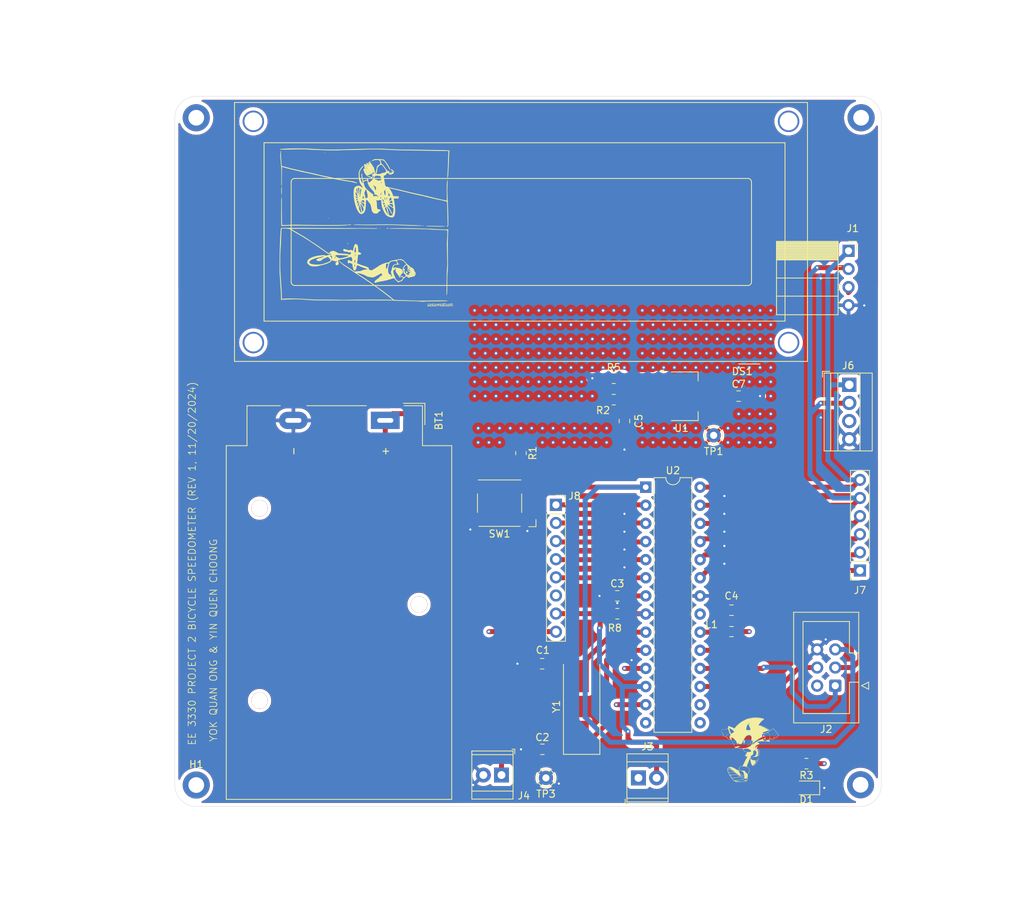
<source format=kicad_pcb>
(kicad_pcb (version 20240108) (generator "pcbnew") (generator_version "8.0")
  (layers (0 "F.Cu" signal) (1 "In1.Cu" signal) (2 "In2.Cu" signal) (31 "B.Cu" signal) (34 "B.Paste" user) (35 "F.Paste" user) (36 "B.SilkS" user "B.Silkscreen") (37 "F.SilkS" user "F.Silkscreen") (38 "B.Mask" user) (39 "F.Mask" user) (44 "Edge.Cuts" user))
  (net 0 "")
  (net 1 "GND")
  (net 2 "9V")
  (net 3 "XTAL1")
  (net 4 "XTAL2")
  (net 5 "5V")
  (net 6 "Net-(U2-AVCC)")
  (net 7 "Net-(D1-A)")
  (net 8 "MISD")
  (net 9 "RESET")
  (net 10 "MOSI")
  (net 11 "SCK")
  (net 12 "TXD")
  (net 14 "SpeedoSignal")
  (net 16 "A4")
  (net 17 "A3")
  (net 19 "A5")
  (net 20 "A0")
  (net 22 "A2")
  (net 23 "RXD")
  (net 24 "A1")
  (net 25 "D5")
  (net 26 "D4")
  (net 27 "D3")
  (net 28 "D7")
  (net 29 "D2")
  (net 30 "Net-(U1-ADJ)")
  (footprint "MountingHole:MountingHole_2.2mm_M2_DIN965_Pad" (layer "F.Cu") (at 104 137)
    (property "Reference" "H1")
    (property "Value" "MountingHole")
  )
  (footprint "Resistor_SMD:R_0805_2012Metric_Pad1.20x1.40mm_HandSolder" (layer "F.Cu") (at 149.5 90.5 -90)
    (property "Reference" "R1")
    (property "Value" "100k")
  )
  (footprint "Connector_IDC:IDC-Header_2x03_P2.54mm_Vertical" (layer "F.Cu") (at 193.54 123.08 180)
    (property "Reference" "J2")
    (property "Value" "AVR-ISP-6")
  )
  (footprint "Resistor_SMD:R_0805_2012Metric_Pad1.20x1.40mm_HandSolder" (layer "F.Cu") (at 189.5 134 180)
    (property "Reference" "R3")
    (property "Value" "330")
  )
  (footprint "Connector_PinSocket_2.54mm:PinSocket_1x08_P2.54mm_Vertical" (layer "F.Cu") (at 154.4 97.74)
    (property "Reference" "J8")
    (property "Value" "Conn_01x08_Socket")
  )
  (footprint "Capacitor_SMD:C_0805_2012Metric_Pad1.18x1.45mm_HandSolder" (layer "F.Cu") (at 163 110.5 180)
    (property "Reference" "C3")
    (property "Value" "0.1uF")
  )
  (footprint "Capacitor_SMD:C_0805_2012Metric_Pad1.18x1.45mm_HandSolder" (layer "F.Cu") (at 164 86 -90)
    (property "Reference" "C5")
    (property "Value" "0.1uF")
  )
  (footprint "TerminalBlock_TE-Connectivity:TerminalBlock_TE_282834-2_1x02_P2.54mm_Horizontal" (layer "F.Cu") (at 146.77 135.6 180)
    (property "Reference" "J4")
    (property "Value" "Screw_Terminal")
  )
  (footprint "Inductor_SMD:L_0805_2012Metric_Pad1.15x1.40mm_HandSolder" (layer "F.Cu") (at 179 115.5)
    (property "Reference" "L1")
    (property "Value" "10uH")
  )
  (footprint "Connector_PinSocket_2.54mm:PinSocket_1x04_P2.54mm_Horizontal" (layer "F.Cu") (at 195.4 62.15)
    (property "Reference" "J1")
    (property "Value" "Conn_01x04_Socket")
  )
  (footprint "Button_Switch_SMD:SW_SPST_Omron_B3FS-101xP" (layer "F.Cu") (at 146.5 97.5 180)
    (property "Reference" "SW1")
    (property "Value" "SW_Omron_B3FS")
  )
  (footprint "Resistor_SMD:R_0805_2012Metric_Pad1.20x1.40mm_HandSolder" (layer "F.Cu") (at 163 113)
    (property "Reference" "R8")
    (property "Value" "10K")
  )
  (footprint "Connector_Pin:Pin_D1.0mm_L10.0mm" (layer "F.Cu") (at 176.5 88)
    (property "Reference" "TP1")
    (property "Value" "5V Test")
  )
  (footprint "LED_SMD:LED_0805_2012Metric_Pad1.15x1.40mm_HandSolder" (layer "F.Cu") (at 189.5 137.4 180)
    (property "Reference" "D1")
    (property "Value" "LED")
  )
  (footprint "MountingHole:MountingHole_2.2mm_M2_DIN965_Pad" (layer "F.Cu") (at 197.161524 43.5)
    (property "Reference" "H3" (hide yes))
    (property "Value" "MountingHole")
  )
  (footprint "Resistor_SMD:R_0805_2012Metric_Pad1.20x1.40mm_HandSolder" (layer "F.Cu") (at 162.5 80 180)
    (property "Reference" "R5")
    (property "Value" "3k")
  )
  (footprint "Display:WC1602A" (layer "F.Cu") (at 181.5009 75.0007 180)
    (property "Reference" "DS1")
    (property "Value" "WC1602A")
  )
  (footprint "Connector_Pin:Pin_D1.0mm_L10.0mm" (layer "F.Cu") (at 153 136)
    (property "Reference" "TP3")
    (property "Value" "TestPoint")
  )
  (footprint "Battery:BatteryHolder_MPD_BA9VPC_1xPP3" (layer "F.Cu") (at 130.485 85.91 -90)
    (property "Reference" "BT1")
    (property "Value" "Battery_Cell" (hide yes))
  )
  (footprint "bike.preety:sonic" (layer "F.Cu") (at 181.5 132)
    (property "Reference" "G***" (hide yes))
    (property "Value" "LOGO" (hide yes))
  )
  (footprint "MountingHole:MountingHole_2.2mm_M2_DIN965_Pad" (layer "F.Cu") (at 197.078681 136.961524)
    (property "Reference" "H4" (hide yes))
    (property "Value" "MountingHole")
  )
  (footprint "Resistor_SMD:R_0805_2012Metric_Pad1.20x1.40mm_HandSolder" (layer "F.Cu") (at 162.5 83)
    (property "Reference" "R2")
    (property "Value" "1k")
  )
  (footprint "Capacitor_SMD:C_0805_2012Metric_Pad1.18x1.45mm_HandSolder" (layer "F.Cu") (at 179 112.5)
    (property "Reference" "C4")
    (property "Value" "0.1uF")
  )
  (footprint "bike.preety:meme" (layer "F.Cu") (at 127.5 58.5)
    (property "Reference" "G***" (hide yes))
    (property "Value" "LOGO" (hide yes))
  )
  (footprint "Crystal:Crystal_SMD_HC49-SD" (layer "F.Cu") (at 158 126 90)
    (property "Reference" "Y1")
    (property "Value" "Crystal 16Mhz")
  )
  (footprint "Capacitor_SMD:C_0805_2012Metric_Pad1.18x1.45mm_HandSolder" (layer "F.Cu") (at 152.4625 120)
    (property "Reference" "C1")
    (property "Value" "27pF")
  )
  (footprint "MountingHole:MountingHole_2.2mm_M2_DIN965_Pad" (layer "F.Cu") (at 104 43.5)
    (property "Reference" "H2" (hide yes))
    (property "Value" "MountingHole")
  )
  (footprint "Package_DIP:DIP-28_W7.62mm" (layer "F.Cu") (at 166.98 95.26)
    (property "Reference" "U2")
    (property "Value" "ATmega328P-P")
  )
  (footprint "Connector_PinSocket_2.54mm:PinSocket_1x06_P2.54mm_Vertical" (layer "F.Cu") (at 197 106.94 180)
    (property "Reference" "J7")
    (property "Value" "Conn_01x06_Socket")
  )
  (footprint "TerminalBlock:TerminalBlock_Xinya_XY308-2.54-4P_1x04_P2.54mm_Horizontal" (layer "F.Cu") (at 195.5 80.92 -90)
    (property "Reference" "J6")
    (property "Value" "Screw_Terminal_01x04")
  )
  (footprint "Package_TO_SOT_SMD:SOT-223-3_TabPin2" (layer "F.Cu") (at 172.415 82.525)
    (property "Reference" "U1")
    (property "Value" "LM317_TO-252")
  )
  (footprint "Capacitor_SMD:C_0805_2012Metric_Pad1.18x1.45mm_HandSolder" (layer "F.Cu") (at 152.5 132)
    (property "Reference" "C2")
    (property "Value" "27pF")
  )
  (footprint "Capacitor_SMD:C_0805_2012Metric_Pad1.18x1.45mm_HandSolder" (layer "F.Cu") (at 180 82.5)
    (property "Reference" "C7")
    (property "Value" "1uF")
  )
  (footprint "TerminalBlock_TE-Connectivity:TerminalBlock_TE_282834-2_1x02_P2.54mm_Horizontal" (layer "F.Cu") (at 165.96 136)
    (property "Reference" "J3")
    (property "Value" "Screw_Terminal")
  )
  (gr_arc (start 197 40.5) (mid 199.12132 41.37868) (end 200 43.5) (stroke (width 0.05)) (layer "Edge.Cuts"))
  (gr_arc (start 104 140) (mid 101.87868 139.12132) (end 101 137) (stroke (width 0.05)) (layer "Edge.Cuts"))
  (gr_line (start 197 40.5) (end 104 40.5) (stroke (width 0.05)) (layer "Edge.Cuts"))
  (gr_line (start 101 43.5) (end 101 137) (stroke (width 0.05)) (layer "Edge.Cuts"))
  (gr_arc (start 200 137) (mid 199.12132 139.12132) (end 197 140) (stroke (width 0.05)) (layer "Edge.Cuts"))
  (gr_line (start 200 43.5) (end 200 137) (stroke (width 0.05)) (layer "Edge.Cuts"))
  (gr_line (start 104 140) (end 197 140) (stroke (width 0.05)) (layer "Edge.Cuts"))
  (gr_arc (start 101 43.5) (mid 101.87868 41.37868) (end 104 40.5) (stroke (width 0.05)) (layer "Edge.Cuts"))
  (gr_text "YOK QUAN ONG & YIN QUEN CHOONG" (at 107 131 90) (layer "F.SilkS") (effects (font (size 1 1) (thickness 0.1)) (justify left bottom)))
  (gr_text "EE 3330 PROJECT 2 BICYCLE SPEEDOMETER (REV 1, 11/20/2024) " (at 104 131.5 90) (layer "F.SilkS") (effects (font (size 1 1) (thickness 0.1)) (justify left bottom)))
  (segment (start 180.5375 112.9875) (end 180.525 113) (width 0.2) (layer "F.Cu") (net 1))
  (segment (start 181.0375 82.5) (end 183 82.5) (width 0.7) (layer "F.Cu") (net 1))
  (segment (start 164 113) (end 166.94 113) (width 0.7) (layer "F.Cu") (net 1))
  (segment (start 149 120) (end 151.425 120) (width 0.7) (layer "F.Cu") (net 1))
  (segment (start 161.9625 110.5) (end 160.5 110.5) (width 0.7) (layer "F.Cu") (net 1))
  (segment (start 161.5 80) (end 159.5 80) (width 0.7) (layer "F.Cu") (net 1))
  (segment (start 164 90) (end 164 87.0375) (width 0.7) (layer "F.Cu") (net 1))
  (segment (start 166.88 113.14) (end 166.98 113.04) (width 0.7) (layer "F.Cu") (net 1))
  (segment (start 166.94 113) (end 166.98 113.04) (width 0.7) (layer "F.Cu") (net 1))
  (segment (start 149.5 132) (end 151.4625 132) (width 0.7) (layer "F.Cu") (net 1))
  (via (at 192 137.4) (size 0.6) (drill 0.3) (layers "F.Cu" "B.Cu") (net 1))
  (via blind (at 164 90) (size 0.6) (drill 0.3) (layers "F.Cu" "In1.Cu") (net 1))
  (via (at 164 101.5) (size 0.6) (drill 0.3) (layers "F.Cu" "B.Cu") (net 1))
  (via (at 142.4 101.2) (size 0.6) (drill 0.3) (layers "F.Cu" "B.Cu") (net 1))
  (via (at 178 101.5) (size 0.6) (drill 0.3) (layers "F.Cu" "B.Cu") (net 1))
  (via (at 150.4 101.4) (size 0.6) (drill 0.3) (layers "F.Cu" "B.Cu") (net 1))
  (via blind (at 183 82.5) (size 0.6) (drill 0.3) (layers "F.Cu" "In1.Cu") (net 1))
  (via (at 178 99) (size 0.6) (drill 0.3) (layers "F.Cu" "B.Cu") (net 1))
  (via (at 191.5 66) (size 0.6) (drill 0.3) (layers "F.Cu" "B.Cu") (net 1))
  (via (at 165 119.5) (size 0.6) (drill 0.3) (layers "F.Cu" "B.Cu") (net 1))
  (via (at 192.2 116.6) (size 0.6) (drill 0.3) (layers "F.Cu" "B.Cu") (net 1))
  (via blind (at 159.5 80) (size 0.6) (drill 0.3) (layers "F.Cu" "In1.Cu") (net 1))
  (via (at 160.5 110.5) (size 0.6) (drill 0.3) (layers "F.Cu" "B.Cu") (net 1))
  (via (at 178 103.5) (size 0.6) (drill 0.3) (layers "F.Cu" "B.Cu") (net 1))
  (via (at 163 111.5) (size 0.6) (drill 0.3) (layers "F.Cu" "B.Cu") (net 1))
  (via (at 164 99) (size 0.6) (drill 0.3) (layers "F.Cu" "B.Cu") (net 1))
  (via (at 149.5 132) (size 0.6) (drill 0.3) (layers "F.Cu" "B.Cu") (net 1))
  (via (at 191.5 85.5) (size 0.6) (drill 0.3) (layers "F.Cu" "B.Cu") (net 1))
  (via (at 154.8 136.8) (size 0.6) (drill 0.3) (layers "F.Cu" "B.Cu") (net 1))
  (via (at 164 106.5) (size 0.6) (drill 0.3) (layers "F.Cu" "B.Cu") (net 1))
  (via (at 197.6 69.8) (size 0.6) (drill 0.3) (layers "F.Cu" "B.Cu") (net 1))
  (via (at 178 96.5) (size 0.6) (drill 0.3) (layers "F.Cu" "B.Cu") (net 1))
  (via (at 142.8 137) (size 0.6) (drill 0.3) (layers "F.Cu" "B.Cu") (net 1))
  (via (at 164 104) (size 0.6) (drill 0.3) (layers "F.Cu" "B.Cu") (net 1))
  (via (at 149 120) (size 0.6) (drill 0.3) (layers "F.Cu" "B.Cu") (net 1))
  (via (at 178 106) (size 0.6) (drill 0.3) (layers "F.Cu" "B.Cu") (net 1))
  (segment (start 145.9 132.8) (end 135.4 132.8) (width 0.7) (layer "F.Cu") (net 2))
  (segment (start 135.4 132.8) (end 130.485 127.885) (width 0.7) (layer "F.Cu") (net 2))
  (segment (start 169.1275 84.9625) (end 169.265 84.825) (width 0.7) (layer "F.Cu") (net 2))
  (segment (start 130.485 85.91) (end 130.59 85.91) (width 0.7) (layer "F.Cu") (net 2))
  (segment (start 164 84.9625) (end 169.1275 84.9625) (width 0.7) (layer "F.Cu") (net 2))
  (segment (start 146.77 133.67) (end 145.9 132.8) (width 0.7) (layer "F.Cu") (net 2))
  (segment (start 146.77 135.6) (end 146.77 133.67) (width 0.7) (layer "F.Cu") (net 2))
  (segment (start 130.59 85.91) (end 131.5375 84.9625) (width 0.7) (layer "F.Cu") (net 2))
  (segment (start 130.485 127.885) (end 130.485 85.91) (width 0.7) (layer "F.Cu") (net 2))
  (segment (start 131.5375 84.9625) (end 164 84.9625) (width 0.7) (layer "F.Cu") (net 2))
  (segment (start 162.62 115.58) (end 162.6 115.6) (width 0.7) (layer "F.Cu") (net 3))
  (segment (start 162.6 115.6) (end 162.4 115.6) (width 0.7) (layer "F.Cu") (net 3))
  (segment (start 166.98 115.58) (end 162.62 115.58) (width 0.7) (layer "F.Cu") (net 3))
  (segment (start 162.4625 115.6) (end 158 120.0625) (width 0.7) (layer "F.Cu") (net 3))
  (segment (start 162.6 115.6) (end 162.4625 115.6) (width 0.7) (layer "F.Cu") (net 3))
  (segment (start 158 120.0625) (end 153.5625 120.0625) (width 0.7) (layer "F.Cu") (net 3))
  (segment (start 153.5625 120.0625) (end 153.5 120) (width 0.7) (layer "F.Cu") (net 3))
  (segment (start 166.98 118.12) (end 162.88 118.12) (width 0.7) (layer "F.Cu") (net 4))
  (segment (start 158 131.9375) (end 153.6 131.9375) (width 0.7) (layer "F.Cu") (net 4))
  (segment (start 153.6 131.9375) (end 153.5375 132) (width 0.7) (layer "F.Cu") (net 4))
  (segment (start 161.5 128.4375) (end 158 131.9375) (width 0.7) (layer "F.Cu") (net 4))
  (segment (start 161.5 119.5) (end 161.5 128.4375) (width 0.7) (layer "F.Cu") (net 4))
  (segment (start 162.88 118.12) (end 161.5 119.5) (width 0.7) (layer "F.Cu") (net 4))
  (segment (start 190.5 134) (end 192 134) (width 0.7) (layer "F.Cu") (net 5))
  (segment (start 195.38 68) (end 195.65 67.73) (width 0.7) (layer "F.Cu") (net 5))
  (segment (start 180.025 115.5) (end 181.5 115.5) (width 0.7) (layer "F.Cu") (net 5))
  (segment (start 164.0375 110.5) (end 166.98 110.5) (width 0.7) (layer "F.Cu") (net 5))
  (via (at 147.5 80.5) (size 0.6) (drill 0.3) (layers "F.Cu" "B.Cu") (net 5))
  (via (at 146 80.5) (size 0.6) (drill 0.3) (layers "F.Cu" "B.Cu") (net 5))
  (via (at 166.5 78.5) (size 0.6) (drill 0.3) (layers "F.Cu" "B.Cu") (net 5))
  (via (at 162.5 76.5) (size 0.6) (drill 0.3) (layers "F.Cu" "B.Cu") (net 5))
  (via (at 143 78.5) (size 0.6) (drill 0.3) (layers "F.Cu" "B.Cu") (net 5))
  (via (at 155 82.5) (size 0.6) (drill 0.3) (layers "F.Cu" "B.Cu") (net 5))
  (via (at 146.5 89) (size 0.6) (drill 0.3) (layers "F.Cu" "B.Cu") (net 5))
  (via (at 166.5 76.5) (size 0.6) (drill 0.3) (layers "F.Cu" "B.Cu") (net 5))
  (via (at 158 76.5) (size 0.6) (drill 0.3) (layers "F.Cu" "B.Cu") (net 5))
  (via (at 149 70.5) (size 0.6) (drill 0.3) (layers "F.Cu" "B.Cu") (net 5))
  (via (at 155.5 87) (size 0.6) (drill 0.3) (layers "F.Cu" "B.Cu") (net 5))
  (via (at 149 74.5) (size 0.6) (drill 0.3) (layers "F.Cu" "B.Cu") (net 5))
  (via (at 159.5 70.5) (size 0.6) (drill 0.3) (layers "F.Cu" "B.Cu") (net 5))
  (via (at 181.5 74.5) (size 0.6) (drill 0.3) (layers "F.Cu" "B.Cu") (net 5))
  (via (at 143.5 87) (size 0.6) (drill 0.3) (layers "F.Cu" "B.Cu") (net 5))
  (via (at 161 72.5) (size 0.6) (drill 0.3) (layers "F.Cu" "B.Cu") (net 5))
  (via (at 166.5 70.5) (size 0.6) (drill 0.3) (layers "F.Cu" "B.Cu") (net 5))
  (via (at 166.5 89) (size 0.6) (drill 0.3) (layers "F.Cu" "B.Cu") (net 5))
  (via (at 162.5 70.5) (size 0.6) (drill 0.3) (layers "F.Cu" "B.Cu") (net 5))
  (via (at 154 89) (size 0.6) (drill 0.3) (layers "F.Cu" "B.Cu") (net 5))
  (via (at 183 78.5) (size 0.6) (drill 0.3) (layers "F.Cu" "B.Cu") (net 5))
  (via (at 157 87) (size 0.6) (drill 0.3) (layers "F.Cu" "B.Cu") (net 5))
  (via (at 178.5 89) (size 0.6) (drill 0.3) (layers "F.Cu" "B.Cu") (net 5))
  (via (at 169.5 78.5) (size 0.6) (drill 0.3) (layers "F.Cu" "B.Cu") (net 5))
  (via (at 184.5 72.5) (size 0.6) (drill 0.3) (layers "F.Cu" "B.Cu") (net 5))
  (via (at 152 80.5) (size 0.6) (drill 0.3) (layers "F.Cu" "B.Cu") (net 5))
  (via (at 150.5 74.5) (size 0.6) (drill 0.3) (layers "F.Cu" "B.Cu") (net 5))
  (via (at 168 70.5) (size 0.6) (drill 0.3) (layers "F.Cu" "B.Cu") (net 5))
  (via (at 144.5 80.5) (size 0.6) (drill 0.3) (layers "F.Cu" "B.Cu") (net 5))
  (via (at 156.5 76.5) (size 0.6) (drill 0.3) (layers "F.Cu" "B.Cu") (net 5))
  (via (at 158 80.5) (size 0.6) (drill 0.3) (layers "F.Cu" "B.Cu") (net 5))
  (via (at 183 70.5) (size 0.6) (drill 0.3) (layers "F.Cu" "B.Cu") (net 5))
  (via (at 164 74.5) (size 0.6) (drill 0.3) (layers "F.Cu" "B.Cu") (net 5))
  (via (at 184.5 76.5) (size 0.6) (drill 0.3) (layers "F.Cu" "B.Cu") (net 5))
  (via (at 175.5 70.5) (size 0.6) (drill 0.3) (layers "F.Cu" "B.Cu") (net 5))
  (via (at 178.5 78.5) (size 0.6) (drill 0.3) (layers "F.Cu" "B.Cu") (net 5))
  (via (at 155 76.5) (size 0.6) (drill 0.3) (layers "F.Cu" "B.Cu") (net 5))
  (via (at 143 70.5) (size 0.6) (drill 0.3) (layers "F.Cu" "B.Cu") (net 5))
  (via (at 184.5 78.5) (size 0.6) (drill 0.3) (layers "F.Cu" "B.Cu") (net 5))
  (via (at 162.5 74.5) (size 0.6) (drill 0.3) (layers "F.Cu" "B.Cu") (net 5))
  (via (at 143 80.5) (size 0.6) (drill 0.3) (layers "F.Cu" "B.Cu") (net 5))
  (via (at 159.5 82.5) (size 0.6) (drill 0.3) (layers "F.Cu" "B.Cu") (net 5))
  (via (at 172.5 87) (size 0.6) (drill 0.3) (layers "F.Cu" "B.Cu") (net 5))
  (via (at 168 72.5) (size 0.6) (drill 0.3) (layers "F.Cu" "B.Cu") (net 5))
  (via (at 181.5 76.5) (size 0.6) (drill 0.3) (layers "F.Cu" "B.Cu") (net 5))
  (via (at 183 76.5) (size 0.6) (drill 0.3) (layers "F.Cu" "B.Cu") (net 5))
  (via (at 150.5 70.5) (size 0.6) (drill 0.3) (layers "F.Cu" "B.Cu") (net 5))
  (via (at 147.5 82.5) (size 0.6) (drill 0.3) (layers "F.Cu" "B.Cu") (net 5))
  (via (at 161 70.5) (size 0.6) (drill 0.3) (layers "F.Cu" "B.Cu") (net 5))
  (via (at 143 76.5) (size 0.6) (drill 0.3) (layers "F.Cu" "B.Cu") (net 5))
  (via (at 162.5 72.5) (size 0.6) (drill 0.3) (layers "F.Cu" "B.Cu") (net 5))
  (via (at 172.5 70.5) (size 0.6) (drill 0.3) (layers "F.Cu" "B.Cu") (net 5))
  (via (at 168 76.5) (size 0.6) (drill 0.3) (layers "F.Cu" "B.Cu") (net 5))
  (via (at 143 72.5) (size 0.6) (drill 0.3) (layers "F.Cu" "B.Cu") (net 5))
  (via (at 152 82.5) (size 0.6) (drill 0.3) (layers "F.Cu" "B.Cu") (net 5))
  (via (at 155 80.5) (size 0.6) (drill 0.3) (layers "F.Cu" "B.Cu") (net 5))
  (via (at 180 89) (size 0.6) (drill 0.3) (layers "F.Cu" "B.Cu") (net 5))
  (via (at 183 85) (size 0.6) (drill 0.3) (layers "F.Cu" "B.Cu") (net 5))
  (via (at 160 87) (size 0.6) (drill 0.3) (layers "F.Cu" "B.Cu") (net 5))
  (via (at 153.5 72.5) (size 0.6) (drill 0.3) (layers "F.Cu" "B.Cu") (net 5))
  (via (at 183 72.5) (size 0.6) (drill 0.3) (layers "F.Cu" "B.Cu") (net 5))
  (via (at 172.5 89) (size 0.6) (drill 0.3) (layers "F.Cu" "B.Cu") (net 5))
  (via (at 149 80.5) (size 0.6) (drill 0.3) (layers "F.Cu" "B.Cu") (net 5))
  (via (at 161 74.5) (size 0.6) (drill 0.3) (layers "F.Cu" "B.Cu") (net 5))
  (via (at 161.5 87) (size 0.6) (drill 0.3) (layers "F.Cu" "B.Cu") (net 5))
  (via (at 153.5 78.5) (size 0.6) (drill 0.3) (layers "F.Cu" "B.Cu") (net 5))
  (via (at 181.5 87) (size 0.6) (drill 0.3) (layers "F.Cu" "B.Cu") (net 5))
  (via (at 161.5 89) (size 0.6) (drill 0.3) (layers "F.Cu" "B.Cu") (net 5))
  (via (at 184.5 74.5) (size 0.6) (drill 0.3) (layers "F.Cu" "B.Cu") (net 5))
  (via (at 152.5 87) (size 0.6) (drill 0.3) (layers "F.Cu" "B.Cu") (net 5))
  (via (at 169.5 72.5) (size 0.6) (drill 0.3) (layers "F.Cu" "B.Cu") (net 5))
  (via (at 184.5 85) (size 0.6) (drill 0.3) (layers "F.Cu" "B.Cu") (net 5))
  (via (at 181.5 70.5) (size 0.6) (drill 0.3) (layers "F.Cu" "B.Cu") (net 5))
  (via (at 146.5 87) (size 0.6) (drill 0.3) (layers "F.Cu" "B.Cu") (net 5))
  (via (at 168 89) (size 0.6) (drill 0.3) (layers "F.Cu" "B.Cu") (net 5))
  (via (at 147.5 78.5) (size 0.6) (drill 0.3) (layers "F.Cu" "B.Cu") (net 5))
  (via (at 144.5 76.5) (size 0.6) (drill 0.3) (layers "F.Cu" "B.Cu") (net 5))
  (via (at 145 87) (size 0.6) (drill 0.3) (layers "F.Cu" "B.Cu") (net 5))
  (via (at 145 89) (size 0.6) (drill 0.3) (layers "F.Cu" "B.Cu") (net 5))
  (via (at 158 82.5) (size 0.6) (drill 0.3) (layers "F.Cu" "B.Cu") (net 5))
  (via (at 177 72.5) (size 0.6) (drill 0.3) (layers "F.Cu" "B.Cu") (net 5))
  (via (at 144.5 82.5) (size 0.6) (drill 0.3) (layers "F.Cu" "B.Cu") (net 5))
  (via (at 144.5 78.5) (size 0.6) (drill 0.3) (layers "F.Cu" "B.Cu") (net 5))
  (via (at 153.5 70.5) (size 0.6) (drill 0.3) (layers "F.Cu" "B.Cu") (net 5))
  (via (at 178.5 70.5) (size 0.6) (drill 0.3) (layers "F.Cu" "B.Cu") (net 5))
  (via (at 166.5 87) (size 0.6) (drill 0.3) (layers "F.Cu" "B.Cu") (net 5))
  (via (at 175.5 72.5) (size 0.6) (drill 0.3) (layers "F.Cu" "B.Cu") (net 5))
  (via (at 180 70.5) (size 0.6) (drill 0.3) (layers "F.Cu" "B.Cu") (net 5))
  (via (at 149 72.5) (size 0.6) (drill 0.3) (layers "F.Cu" "B.Cu") (net 5))
  (via (at 171 72.5) (size 0.6) (drill 0.3) (layers "F.Cu" "B.Cu") (net 5))
  (via (at 184.5 82.5) (size 0.6) (drill 0.3) (layers "F.Cu" "B.Cu") (net 5))
  (via (at 192 134) (size 0.6) (drill 0.3) (layers "F.Cu" "B.Cu") (net 5))
  (via (at 155 70.5) (size 0.6) (drill 0.3) (layers "F.Cu" "B.Cu") (net 5))
  (via (at 159.5 74.5) (size 0.6) (drill 0.3) (layers "F.Cu" "B.Cu") (net 5))
  (via (at 150.5 80.5) (size 0.6) (drill 0.3) (layers "F.Cu" "B.Cu") (net 5))
  (via (at 155.5 89) (size 0.6) (drill 0.3) (layers "F.Cu" "B.Cu") (net 5))
  (via (at 149 76.5) (size 0.6) (drill 0.3) (layers "F.Cu" "B.Cu") (net 5))
  (via (at 143.5 89) (size 0.6) (drill 0.3) (layers "F.Cu" "B.Cu") (net 5))
  (via (at 147.5 74.5) (size 0.6) (drill 0.3) (layers "F.Cu" "B.Cu") (net 5))
  (via (at 147.5 72.5) (size 0.6) (drill 0.3) (layers "F.Cu" "B.Cu") (net 5))
  (via (at 177 76.5) (size 0.6) (drill 0.3) (layers "F.Cu" "B.Cu") (net 5))
  (via (at 146 72.5) (size 0.6) (drill 0.3) (layers "F.Cu" "B.Cu") (net 5))
  (via (at 159.5 76.5) (size 0.6) (drill 0.3) (layers "F.Cu" "B.Cu") (net 5))
  (via (at 184.5 87) (size 0.6) (drill 0.3) (layers "F.Cu" "B.Cu") (net 5))
  (via (at 156.5 80.5) (size 0.6) (drill 0.3) (layers "F.Cu" "B.Cu") (net 5))
  (via (at 171 87) (size 0.6) (drill 0.3) (layers "F.Cu" "B.Cu") (net 5))
  (via (at 178.5 76.5) (size 0.6) (drill 0.3) (layers "F.Cu" "B.Cu") (net 5))
  (via (at 166.5 74.5) (size 0.6) (drill 0.3) (layers "F.Cu" "B.Cu") (net 5))
  (via (at 160 89) (size 0.6) (drill 0.3) (layers "F.Cu" "B.Cu") (net 5))
  (via (at 155 74.5) (size 0.6) (drill 0.3) (layers "F.Cu" "B.Cu") (net 5))
  (via (at 156.5 70.5) (size 0.6) (drill 0.3) (layers "F.Cu" "B.Cu") (net 5))
  (via (at 149.5 87) (size 0.6) (drill 0.3) (layers "F.Cu" "B.Cu") (net 5))
  (via (at 166.5 72.5) (size 0.6) (drill 0.3) (layers "F.Cu" "B.Cu") (net 5))
  (via (at 181.5 72.5) (size 0.6) (drill 0.3) (layers "F.Cu" "B.Cu") (net 5))
  (via (at 143 82.5) (size 0.6) (drill 0.3) (layers "F.Cu" "B.Cu") (net 5))
  (via (at 178.5 72.5) (size 0.6) (drill 0.3) (layers "F.Cu" "B.Cu") (net 5))
  (via (at 171 78.5) (size 0.6) (drill 0.3) (layers "F.Cu" "B.Cu") (net 5))
  (via (at 184.5 80.5) (size 0.6) (drill 0.3) (layers "F.Cu" "B.Cu") (net 5))
  (via (at 183 74.5) (size 0.6) (drill 0.3) (layers "F.Cu" "B.Cu") (net 5))
  (via (at 169.5 70.5) (size 0.6) (drill 0.3) (layers "F.Cu" "B.Cu") (net 5))
  (via (at 155 78.5) (size 0.6) (drill 0.3) (layers "F.Cu" "B.Cu") (net 5))
  (via (at 149 78.5) (size 0.6) (drill 0.3) (layers "F.Cu" "B.Cu") (net 5))
  (via (at 168 87) (size 0.6) (drill 0.3) (layers "F.Cu" "B.Cu") (net 5))
  (via (at 169.5 76.5) (size 0.6) (drill 0.3) (layers "F.Cu" "B.Cu") (net 5))
  (via (at 144.5 70.5) (size 0.6) (drill 0.3) (layers "F.Cu" "B.Cu") (net 5))
  (via (at 152 78.5) (size 0.6) (drill 0.3) (layers "F.Cu" "B.Cu") (net 5))
  (via (at 158 70.5) (size 0.6) (drill 0.3) (layers "F.Cu" "B.Cu") (net 5))
  (via (at 183 80.5) (size 0.6) (drill 0.3) (layers "F.Cu" "B.Cu") (net 5))
  (via (at 184.5 70.5) (size 0.6) (drill 0.3) (layers "F.Cu" "B.Cu") (net 5))
  (via (at 171 89) (size 0.6) (drill 0.3) (layers "F.Cu" "B.Cu") (net 5))
  (via (at 155 72.5) (size 0.6) (drill 0.3) (layers "F.Cu" "B.Cu") (net 5))
  (via (at 180 85) (size 0.6) (drill 0.3) (layers "F.Cu" "B.Cu") (net 5))
  (via (at 180 78.5) (size 0.6) (drill 0.3) (layers "F.Cu" "B.Cu") (net 5))
  (via (at 152 76.5) (size 0.6) (drill 0.3) (layers "F.Cu" "B.Cu") (net 5))
  (via (at 183 87) (size 0.6) (drill 0.3) (layers "F.Cu" "B.Cu") (net 5))
  (via (at 181.5 115.5) (size 0.6) (drill 0.3) (layers "F.Cu" "B.Cu") (net 5))
  (via (at 180 80.5) (size 0.6) (drill 0.3) (layers "F.Cu" "B.Cu") (net 5))
  (via (at 180 72.5) (size 0.6) (drill 0.3) (layers "F.Cu" "B.Cu") (net 5))
  (via (at 175.5 78.5) (size 0.6) (drill 0.3) (layers "F.Cu" "B.Cu") (net 5))
  (via (at 171 70.5) (size 0.6) (drill 0.3) (layers "F.Cu" "B.Cu") (net 5))
  (via (at 146 78.5) (size 0.6) (drill 0.3) (layers "F.Cu" "B.Cu") (net 5))
  (via (at 164 76.5) (size 0.6) (drill 0.3) (layers "F.Cu" "B.Cu") (net 5))
  (via (at 152 74.5) (size 0.6) (drill 0.3) (layers "F.Cu" "B.Cu") (net 5))
  (via (at 180 74.5) (size 0.6) (drill 0.3) (layers "F.Cu" "B.Cu") (net 5))
  (via (at 181.5 80.5) (size 0.6) (drill 0.3) (layers "F.Cu" "B.Cu") (net 5))
  (via (at 150.5 78.5) (size 0.6) (drill 0.3) (layers "F.Cu" "B.Cu") (net 5))
  (via (at 181.5 85) (size 0.6) (drill 0.3) (layers "F.Cu" "B.Cu") (net 5))
  (via (at 171 76.5) (size 0.6) (drill 0.3) (layers "F.Cu" "B.Cu") (net 5))
  (via (at 153.5 80.5) (size 0.6) (drill 0.3) (layers "F.Cu" "B.Cu") (net 5))
  (via (at 150.5 82.5) (size 0.6) (drill 0.3) (layers "F.Cu" "B.Cu") (net 5))
  (via (at 152 70.5) (size 0.6) (drill 0.3) (layers "F.Cu" "B.Cu") (net 5))
  (via (at 168 78.5) (size 0.6) (drill 0.3) (layers "F.Cu" "B.Cu") (net 5))
  (via (at 177 74.5) (size 0.6) (drill 0.3) (layers "F.Cu" "B.Cu") (net 5))
  (via (at 174 70.5) (size 0.6) (drill 0.3) (layers "F.Cu" "B.Cu") (net 5))
  (via (at 183 89) (size 0.6) (drill 0.3) (layers "F.Cu" "B.Cu") (net 5))
  (via (at 158.5 87) (size 0.6) (drill 0.3) (layers "F.Cu" "B.Cu") (net 5))
  (via (at 172.5 76.5) (size 0.6) (drill 0.3) (layers "F.Cu" "B.Cu") (net 5))
  (via (at 156.5 74.5) (size 0.6) (drill 0.3) (layers "F.Cu" "B.Cu") (net 5))
  (via (at 148 87) (size 0.6) (drill 0.3) (layers "F.Cu" "B.Cu") (net 5))
  (via (at 172.5 72.5) (size 0.6) (drill 0.3) (layers "F.Cu" "B.Cu") (net 5))
  (via (at 149 82.5) (size 0.6) (drill 0.3) (layers "F.Cu" "B.Cu") (net 5))
  (via (at 164 78.5) (size 0.6) (drill 0.3) (layers "F.Cu" "B.Cu") (net 5))
  (via (at 146 82.5) (size 0.6) (drill 0.3) (layers "F.Cu" "B.Cu") (net 5))
  (via (at 169.5 74.5) (size 0.6) (drill 0.3) (layers "F.Cu" "B.Cu") (net 5))
  (via (at 161 76.5) (size 0.6) (drill 0.3) (layers "F.Cu" "B.Cu") (net 5))
  (via (at 143 74.5) (size 0.6) (drill 0.3) (layers "F.Cu" "B.Cu") (net 5))
  (via (at 177 70.5) (size 0.6) (drill 0.3) (layers "F.Cu" "B.Cu") (net 5))
  (via (at 158.5 89) (size 0.6) (drill 0.3) (layers "F.Cu" "B.Cu") (net 5))
  (via (at 171 74.5) (size 0.6) (drill 0.3) (layers "F.Cu" "B.Cu") (net 5))
  (via (at 158 72.5) (size 0.6) (drill 0.3) (layers "F.Cu" "B.Cu") (net 5))
  (via (at 174 89) (size 0.6) (drill 0.3) (layers "F.Cu" "B.Cu") (net 5))
  (via (at 174 87) (size 0.6) (drill 0.3) (layers "F.Cu" "B.Cu") (net 5))
  (via (at 156.5 78.5) (size 0.6) (drill 0.3) (layers "F.Cu" "B.Cu") (net 5))
  (via (at 175.5 74.5) (size 0.6) (drill 0.3) (layers "F.Cu" "B.Cu") (net 5))
  (via (at 158 78.5) (size 0.6) (drill 0.3) (layers "F.Cu" "B.Cu") (net 5))
  (via (at 146 74.5) (size 0.6) (drill 0.3) (layers "F.Cu" "B.Cu") (net 5))
  (via (at 147.5 76.5) (size 0.6) (drill 0.3) (layers "F.Cu" "B.Cu") (net 5))
  (via (at 164 72.5) (size 0.6) (drill 0.3) (layers "F.Cu" "B.Cu") (net 5))
  (via (at 181.5 78.5) (size 0.6) (drill 0.3) (layers "F.Cu" "B.Cu") (net 5))
  (via (at 156.5 82.5) (size 0.6) (drill 0.3) (layers "F.Cu" "B.Cu") (net 5))
  (via (at 169.5 89) (size 0.6) (drill 0.3) (layers "F.Cu" "B.Cu") (net 5))
  (via (at 172.5 78.5) (size 0.6) (drill 0.3) (layers "F.Cu" "B.Cu") (net 5))
  (via (at 178.5 87) (size 0.6) (drill 0.3) (layers "F.Cu" "B.Cu") (net 5))
  (via (at 180 87) (size 0.6) (drill 0.3) (layers "F.Cu" "B.Cu") (net 5))
  (via (at 152.5 89) (size 0.6) (drill 0.3) (layers "F.Cu" "B.Cu") (net 5))
  (via (at 180 76.5) (size 0.6) (drill 0.3) (layers "F.Cu" "B.Cu") (net 5))
  (via (at 172.5 74.5) (size 0.6) (drill 0.3) (layers "F.Cu" "B.Cu") (net 5))
  (via (at 161 78.5) (size 0.6) (drill 0.3) (layers "F.Cu" "B.Cu") (net 5))
  (via (at 181.5 89) (size 0.6) (drill 0.3) (layers "F.Cu" "B.Cu") (net 5))
  (via (at 153.5 76.5) (size 0.6) (drill 0.3) (layers "F.Cu" "B.Cu") (net 5))
  (via (at 157 89) (size 0.6) (drill 0.3) (layers "F.Cu" "B.Cu") (net 5))
  (via (at 146 76.5) (size 0.6) (drill 0.3) (layers "F.Cu" "B.Cu") (net 5))
  (via (at 146 70.5) (size 0.6) (drill 0.3) (layers "F.Cu" "B.Cu") (net 5))
  (via (at 150.5 72.5) (size 0.6) (drill 0.3) (layers "F.Cu" "B.Cu") (net 5))
  (via (at 174 74.5) (size 0.6) (drill 0.3) (layers "F.Cu" "B.Cu") (net 5))
  (via (at 152 72.5) (size 0.6) (drill 0.3) (layers "F.Cu" "B.Cu") (net 5))
  (via (at 184.5 89) (size 0.6) (drill 0.3) (layers "F.Cu" "B.Cu") (net 5))
  (via (at 159.5 78.5) (size 0.6) (drill 0.3) (layers "F.Cu" "B.Cu") (net 5))
  (via (at 175.5 76.5) (size 0.6) (drill 0.3) (layers "F.Cu" "B.Cu") (net 5))
  (via (at 150.5 76.5) (size 0.6) (drill 0.3) (layers "F.Cu" "B.Cu") (net 5))
  (via (at 168 74.5) (size 0.6) (drill 0.3) (layers "F.Cu" "B.Cu") (net 5))
  (via (at 158 74.5) (size 0.6) (drill 0.3) (layers "F.Cu" "B.Cu") (net 5))
  (via (at 174 72.5) (size 0.6) (drill 0.3) (layers "F.Cu" "B.Cu") (net 5))
  (via (at 174 76.5) (size 0.6) (drill 0.3) (layers "F.Cu" "B.Cu") (net 5))
  (via (at 174 78.5) (size 0.6) (drill 0.3) (layers "F.Cu" "B.Cu") (net 5))
  (via (at 156.5 72.5) (size 0.6) (drill 0.3) (layers "F.Cu" "B.Cu") (net 5))
  (via (at 177 78.5) (size 0.6) (drill 0.3) (layers "F.Cu" "B.Cu") (net 5))
  (via (at 153.5 82.5) (size 0.6) (drill 0.3) (layers "F.Cu" "B.Cu") (net 5))
  (via (at 151 87) (size 0.6) (drill 0.3) (layers "F.Cu" "B.Cu") (net 5))
  (via (at 153.5 74.5) (size 0.6) (drill 0.3) (layers "F.Cu" "B.Cu") (net 5))
  (via (at 159.5 72.5) (size 0.6) (drill 0.3) (layers "F.Cu" "B.Cu") (net 5))
  (via (at 144.5 72.5) (size 0.6) (drill 0.3) (layers "F.Cu" "B.Cu") (net 5))
  (via (at 178.5 74.5) (size 0.6) (drill 0.3) (layers "F.Cu" "B.Cu") (net 5))
  (via (at 147.5 70.5) (size 0.6) (drill 0.3) (layers "F.Cu" "B.Cu") (net 5))
  (via (at 164 70.5) (size 0.6) (drill 0.3) (layers "F.Cu" "B.Cu") (net 5))
  (via (at 162.5 78.5) (size 0.6) (drill 0.3) (layers "F.Cu" "B.Cu") (net 5))
  (via (at 154 87) (size 0.6) (drill 0.3) (layers "F.Cu" "B.Cu") (net 5))
  (via (at 144.5 74.5) (size 0.6) (drill 0.3) (layers "F.Cu" "B.Cu") (net 5))
  (via (at 169.5 87) (size 0.6) (drill 0.3) (layers "F.Cu" "B.Cu") (net 5))
  (segment (start 177.975 115.5) (end 177.975 112.5125) (width 0.7) (layer "F.Cu") (net 6))
  (segment (start 174.6 115.58) (end 177.895 115.58) (width 0.7) (layer "F.Cu") (net 6))
  (segment (start 177.895 115.58) (end 177.975 115.5) (width 0.7) (layer "F.Cu") (net 6))
  (segment (start 177.975 112.5125) (end 177.9625 112.5) (width 0.7) (layer "F.Cu") (net 6))
  (segment (start 188.5 134) (end 188.5 137.375) (width 0.7) (layer "F.Cu") (net 7))
  (segment (start 188.5 137.375) (end 188.475 137.4) (width 0.7) (layer "F.Cu") (net 7))
  (segment (start 188.475 134.025) (end 188.5 134) (width 0.7) (layer "F.Cu") (net 7))
  (segment (start 183.34 120.66) (end 183.5 120.5) (width 0.7) (layer "F.Cu") (net 8))
  (segment (start 174.6 120.66) (end 183.34 120.66) (width 0.7) (layer "F.Cu") (net 8))
  (via (at 183.5 120.5) (size 0.6) (drill 0.3) (layers "F.Cu" "B.Cu") (net 8))
  (segment (start 192.5 126) (end 193.54 124.96) (width 0.7) (layer "B.Cu") (net 8))
  (segment (start 187 120.5) (end 187.5 121) (width 0.7) (layer "B.Cu") (net 8))
  (segment (start 189.5 126) (end 192.5 126) (width 0.7) (layer "B.Cu") (net 8))
  (segment (start 183.5 120.5) (end 187 120.5) (width 0.7) (layer "B.Cu") (net 8))
  (segment (start 187.5 124) (end 189.5 126) (width 0.7) (layer "B.Cu") (net 8))
  (segment (start 187.5 121) (end 187.5 124) (width 0.7) (layer "B.Cu") (net 8))
  (segment (start 193.54 124.96) (end 193.54 123.08) (width 0.7) (layer "B.Cu") (net 8))
  (segment (start 150.5 92.5) (end 149.5 91.5) (width 0.7) (layer "F.Cu") (net 9))
  (segment (start 166.98 95.26) (end 150.51 95.26) (width 0.7) (layer "F.Cu") (net 9))
  (segment (start 150.5 95.25) (end 150.5 92.5) (width 0.7) (layer "F.Cu") (net 9))
  (segment (start 150.51 95.26) (end 150.5 95.25) (width 0.7) (layer "F.Cu") (net 9))
  (segment (start 150.5 95.25) (end 142.5 95.25) (width 0.7) (layer "F.Cu") (net 9))
  (segment (start 193.5 131) (end 196 128.5) (width 0.7) (layer "B.Cu") (net 9))
  (segment (start 158.5 127.5) (end 162 131) (width 0.7) (layer "B.Cu") (net 9))
  (segment (start 160.24 95.26) (end 158.5 97) (width 0.7) (layer "B.Cu") (net 9))
  (segment (start 166.98 95.26) (end 160.24 95.26) (width 0.7) (layer "B.Cu") (net 9))
  (segment (start 196 119) (end 195 118) (width 0.7) (layer "B.Cu") (net 9))
  (segment (start 158.5 97) (end 158.5 127.5) (width 0.7) (layer "B.Cu") (net 9))
  (segment (start 195 118) (end 193.54 118) (width 0.7) (layer "B.Cu") (net 9))
  (segment (start 196 128.5) (end 196 119) (width 0.7) (layer "B.Cu") (net 9))
  (segment (start 162 131) (end 193.5 131) (width 0.7) (layer "B.Cu") (net 9))
  (segment (start 174.6 123.2) (end 185.8 123.2) (width 0.7) (layer "F.Cu") (net 10))
  (segment (start 185.8 123.2) (end 188.46 120.54) (width 0.7) (layer "F.Cu") (net 10))
  (segment (start 188.46 120.54) (end 191 120.54) (width 0.7) (layer "F.Cu") (net 10))
  (segment (start 194.5 115) (end 197 117.5) (width 0.7) (layer "F.Cu") (net 11))
  (segment (start 197 117.5) (end 197 119.5) (width 0.7) (layer "F.Cu") (net 11))
  (segment (start 174.6 118.12) (end 186.88 118.12) (width 0.7) (layer "F.Cu") (net 11))
  (segment (start 195.96 120.54) (end 193.54 120.54) (width 0.7) (layer "F.Cu") (net 11))
  (segment (start 190 115) (end 194.5 115) (width 0.7) (layer "F.Cu") (net 11))
  (segment (start 197 119.5) (end 195.96 120.54) (width 0.7) (layer "F.Cu") (net 11))
  (segment (start 186.88 118.12) (end 190 115) (width 0.7) (layer "F.Cu") (net 11))
  (segment (start 166.92 100.28) (end 166.98 100.34) (width 0.7) (layer "F.Cu") (net 12))
  (segment (start 154.4 100.28) (end 166.92 100.28) (width 0.7) (layer "F.Cu") (net 12))
  (segment (start 160.6 113.14) (end 160.6 114.9) (width 0.7) (layer "F.Cu") (net 14))
  (segment (start 160.6 114.9) (end 160.5 115) (width 0.7) (layer "F.Cu") (net 14))
  (segment (start 159.5 112.98) (end 159.52 113) (width 0.7) (layer "F.Cu") (net 14))
  (segment (start 154.4 112.98) (end 159.5 112.98) (width 0.7) (layer "F.Cu") (net 14))
  (segment (start 159.52 113) (end 162 113) (width 0.7) (layer "F.Cu") (net 14))
  (segment (start 164.5 130.5) (end 164.5 129.5) (width 0.7) (layer "F.Cu") (net 14))
  (segment (start 168.5 131.5) (end 168 131) (width 0.7) (layer "F.Cu") (net 14))
  (segment (start 160.44 112.98) (end 160.6 113.14) (width 0.7) (layer "F.Cu") (net 14))
  (segment (start 168.5 136) (end 168.5 131.5) (width 0.7) (layer "F.Cu") (net 14))
  (segment (start 168 131) (end 165 131) (width 0.7) (layer "F.Cu") (net 14))
  (segment (start 165 131) (end 164.5 130.5) (width 0.7) (layer "F.Cu") (net 14))
  (segment (start 160.44 112.98) (end 160.46 113) (width 0.7) (layer "F.Cu") (net 14))
  (segment (start 159.5 112.98) (end 160.44 112.98) (width 0.7) (layer "F.Cu") (net 14))
  (via (at 164.5 129.5) (size 0.6) (drill 0.3) (layers "F.Cu" "B.Cu") (net 14))
  (via (at 160.5 115) (size 0.6) (drill 0.3) (layers "F.Cu" "B.Cu") (net 14))
  (segment (start 163.7 128.7) (end 163.7 123.2) (width 0.7) (layer "B.Cu") (net 14))
  (segment (start 163.7 123.2) (end 166.98 123.2) (width 0.7) (layer "B.Cu") (net 14))
  (segment (start 160.5 115) (end 160.5 120) (width 0.7) (layer "B.Cu") (net 14))
  (segment (start 164.5 129.5) (end 163.7 128.7) (width 0.7) (layer "B.Cu") (net 14))
  (segment (start 160.5 120) (end 163.7 123.2) (width 0.7) (layer "B.Cu") (net 14))
  (segment (start 195.98 97.8) (end 197 96.78) (width 0.7) (layer "F.Cu") (net 16))
  (segment (start 195.21 64.5) (end 195.4 64.69) (width 0.7) (layer "F.Cu") (net 16))
  (segment (start 191.5 83.5) (end 195.46 83.5) (width 0.7) (layer "F.Cu") (net 16))
  (segment (start 191 64.5) (end 195.21 64.5) (width 0.7) (layer "F.Cu") (net 16))
  (segment (start 195.46 83.5) (end 195.5 83.46) (width 0.7) (layer "F.Cu") (net 16))
  (segment (start 195.98 97.8) (end 174.6 97.8) (width 0.7) (layer "F.Cu") (net 16))
  (via (at 191.5 83.5) (size 0.6) (drill 0.3) (layers "F.Cu" "B.Cu") (net 16))
  (via (at 191 64.5) (size 0.6) (drill 0.3) (layers "F.Cu" "B.Cu") (net 16))
  (segment (start 191.5 83.5) (end 190 85) (width 0.7) (layer "B.Cu") (net 16))
  (segment (start 190 93.5) (end 193.28 96.78) (width 0.7) (layer "B.Cu") (net 16))
  (segment (start 190 85) (end 190 93.5) (width 0.7) (layer "B.Cu") (net 16))
  (segment (start 193.28 96.78) (end 197 96.78) (width 0.7) (layer "B.Cu") (net 16))
  (segment (start 190 65.5) (end 190 85) (width 0.7) (layer "B.Cu") (net 16))
  (segment (start 191 64.5) (end 190 65.5) (width 0.7) (layer "B.Cu") (net 16))
  (segment (start 196.16 100.34) (end 197 99.5) (width 0.7) (layer "F.Cu") (net 17))
  (segment (start 197 99.5) (end 197 99.32) (width 0.7) (layer "F.Cu") (net 17))
  (segment (start 174.6 100.34) (end 196.16 100.34) (width 0.7) (layer "F.Cu") (net 17))
  (segment (start 195.98 95.26) (end 197 94.24) (width 0.7) (layer "F.Cu") (net 19))
  (segment (start 174.6 95.26) (end 195.98 95.26) (width 0.7) (layer "F.Cu") (net 19))
  (segment (start 192.5 81.5) (end 193.08 80.92) (width 0.7) (layer "B.Cu") (net 19))
  (segment (start 192.5 81) (end 192.58 80.92) (width 0.7) (layer "B.Cu") (net 19))
  (segment (start 192.5 91.5) (end 192.5 81.5) (width 0.7) (layer "B.Cu") (net 19))
  (segment (start 195.24 94.24) (end 192.5 91.5) (width 0.7) (layer "B.Cu") (net 19))
  (segment (start 192.5 81) (end 192.5 65.05) (width 0.7) (layer "B.Cu") (net 19))
  (segment (start 192.5 81.5) (end 192.5 81) (width 0.7) (layer "B.Cu") (net 19))
  (segment (start 192.5 65.05) (end 195.4 62.15) (width 0.7) (layer "B.Cu") (net 19))
  (segment (start 197 94.24) (end 195.24 94.24) (width 0.7) (layer "B.Cu") (net 19))
  (segment (start 193.08 80.92) (end 195.5 80.92) (width 0.7) (layer "B.Cu") (net 19))
  (segment (start 175.62 106.94) (end 174.6 107.96) (width 0.7) (layer "F.Cu") (net 20))
  (segment (start 197 106.94) (end 175.62 106.94) (width 0.7) (layer "F.Cu") (net 20))
  (segment (start 174.98 102.5) (end 196.36 102.5) (width 0.7) (layer "F.Cu") (net 22))
  (segment (start 196.36 102.5) (end 197 101.86) (width 0.7) (layer "F.Cu") (net 22))
  (segment (start 174.6 102.88) (end 174.98 102.5) (width 0.7) (layer "F.Cu") (net 22))
  (segment (start 166.92 97.74) (end 166.98 97.8) (width 0.7) (layer "F.Cu") (net 23))
  (segment (start 154.4 97.74) (end 166.92 97.74) (width 0.7) (layer "F.Cu") (net 23))
  (segment (start 174.6 105.42) (end 174.72 105.42) (width 0.7) (layer "F.Cu") (net 24))
  (segment (start 197 104.4) (end 196.66 104.74) (width 0.7) (layer "F.Cu") (net 24))
  (segment (start 175.28 104.74) (end 174.6 105.42) (width 0.7) (layer "F.Cu") (net 24))
  (segment (start 196.66 104.74) (end 175.28 104.74) (width 0.7) (layer "F.Cu") (net 24))
  (segment (start 164 120.66) (end 166.98 120.66) (width 0.7) (layer "F.Cu") (net 25))
  (via (at 164 120.66) (size 0.6) (drill 0.3) (layers "F.Cu" "B.Cu") (net 25))
  (segment (start 166.96 107.94) (end 166.98 107.96) (width 0.7) (layer "F.Cu") (net 26))
  (segment (start 154.46 107.96) (end 154.4 107.9) (width 0.7) (layer "F.Cu") (net 26))
  (segment (start 166.98 107.96) (end 154.46 107.96) (width 0.7) (layer "F.Cu") (net 26))
  (segment (start 154.46 105.42) (end 154.4 105.36) (width 0.7) (layer "F.Cu") (net 27))
  (segment (start 166.98 105.42) (end 154.46 105.42) (width 0.7) (layer "F.Cu") (net 27))
  (segment (start 166.9 105.34) (end 166.98 105.42) (width 0.7) (layer "F.Cu") (net 27))
  (segment (start 154.38 115.5) (end 154.4 115.52) (width 0.7) (layer "F.Cu") (net 28))
  (segment (start 162.85 125.74) (end 166.98 125.74) (width 0.7) (layer "F.Cu") (net 28))
  (segment (start 145 115.5) (end 154.38 115.5) (width 0.7) (layer "F.Cu") (net 28))
  (via (at 145 115.5) (size 0.6) (drill 0.3) (layers "F.Cu" "B.Cu") (net 28))
  (via (at 162.85 125.74) (size 0.6) (drill 0.3) (layers "F.Cu" "B.Cu") (net 28))
  (segment (start 166.92 102.94) (end 166.98 102.88) (width 0.7) (layer "F.Cu") (net 29))
  (segment (start 154.52 102.94) (end 166.92 102.94) (width 0.7) (layer "F.Cu") (net 29))
  (segment (start 154.4 102.82) (end 154.52 102.94) (width 0.7) (layer "F.Cu") (net 29))
  (segment (start 163.5 82.5) (end 163.5 80) (width 0.7) (layer "F.Cu") (net 30))
  (segment (start 169.04 80) (end 169.265 80.225) (width 0.7) (layer "F.Cu") (net 30))
  (segment (start 163.7 80.2) (end 163.5 80) (width 0.7) (layer "F.Cu") (net 30))
  (segment (start 163.5 80) (end 169.04 80) (width 0.7) (layer "F.Cu") (net 30))
  (zone (net 1) (net_name "GND") (layer "F.Cu") (priority 3) (connect_pads (clearance 0.5)) (min_thickness 0.25) (fill yes (thermal_gap 0.5) (thermal_bridge_width 0.5) (island_removal_mode 1) (island_area_min 10))
    (polygon (pts (xy 98 37) (xy 209 37) (xy 210 67) (xy 97.5 67.5)))
  )
  (zone (net 1) (net_name "GND") (layer "F.Cu") (priority 3) (connect_pads (clearance 0.5)) (min_thickness 0.25) (fill yes (thermal_gap 0.5) (thermal_bridge_width 0.5) (island_removal_mode 1) (island_area_min 10))
    (polygon (pts (xy 98.5 142) (xy 98.5 38.5) (xy 141 39) (xy 140.5 143.5)))
  )
  (zone (net 1) (net_name "GND") (layer "F.Cu") (priority 3) (connect_pads (clearance 0.5)) (min_thickness 0.25) (fill yes (thermal_gap 0.5) (thermal_bridge_width 0.5) (island_removal_mode 1) (island_area_min 10))
    (polygon (pts (xy 186.428275 141.516576) (xy 186.928275 40.016576) (xy 204 40.516576) (xy 204.428275 143.016576)))
  )
  (zone (net 1) (net_name "GND") (layer "F.Cu") (priority 3) (connect_pads (clearance 0.5)) (min_thickness 0.25) (fill yes (thermal_gap 0.5) (thermal_bridge_width 0.5) (island_removal_mode 1) (island_area_min 10))
    (polygon (pts (xy 96.5 91.5) (xy 207.5 91.5) (xy 207 144.5) (xy 95 142.5)))
  )
  (zone (net 5) (net_name "5V") (layer "F.Cu") (priority 2) (connect_pads (clearance 0.5)) (min_thickness 0.25) (fill yes (thermal_gap 0.5) (thermal_bridge_width 0.5) (island_removal_mode 1) (island_area_min 10))
    (polygon (pts (xy 142 68.5) (xy 185.5 68.5) (xy 185.5 90) (xy 142 90)))
  )
  (zone (net 1) (net_name "GND") (layer "B.Cu") (priority 4) (connect_pads (clearance 0.5)) (min_thickness 0.25) (fill yes (thermal_gap 0.5) (thermal_bridge_width 0.5) (island_removal_mode 1) (island_area_min 10))
    (polygon (pts (xy 77 27) (xy 219 27) (xy 220 155.5) (xy 76.5 155.5)))
  )
)
</source>
